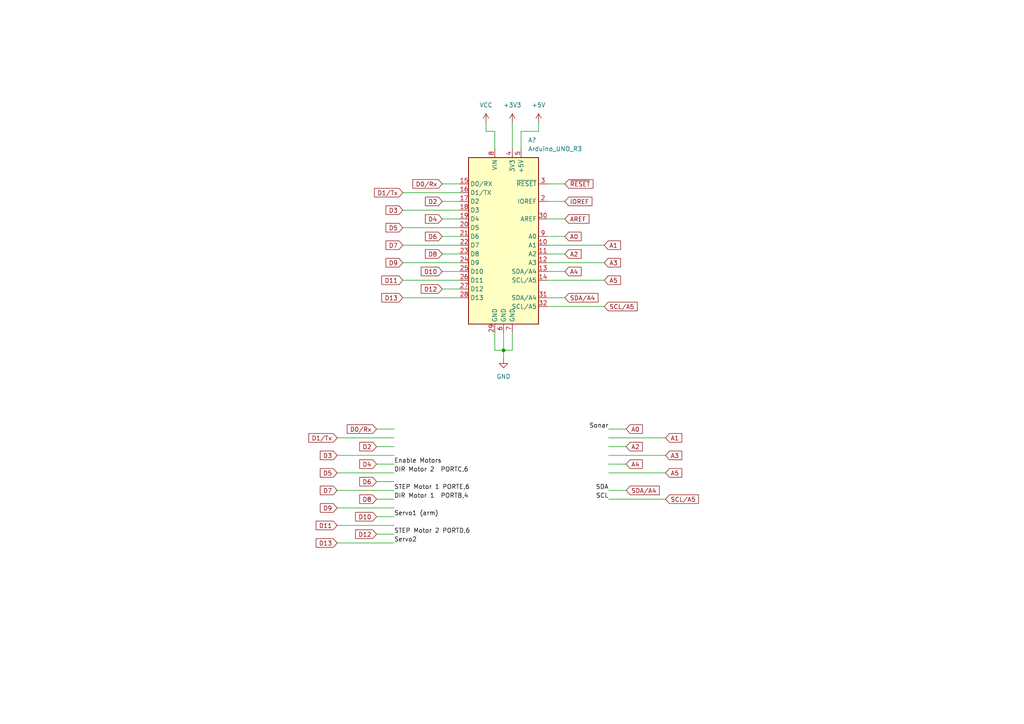
<source format=kicad_sch>
(kicad_sch (version 20211123) (generator eeschema)
  (paper "A4")
  (lib_symbols
    (symbol "MCU_Module:Arduino_UNO_R3"
      (property "Reference" "A" (at -10.16 23.495 0))
      (property "Value" "Arduino_UNO_R3" (at 5.08 -26.67 0))
      (symbol "Arduino_UNO_R3_0_1"
        (rectangle (start -10.16 22.86) (end 10.16 -25.4) (stroke (width 0.254)) (fill (type background)))
      )
      (symbol "Arduino_UNO_R3_1_1"
        (pin no_connect line (at -10.16 -20.32 0) (length 2.54) hide (name "NC") (number "1"))
        (pin bidirectional line (at 12.7 -2.54 180) (length 2.54) (name "A1") (number "10"))
        (pin bidirectional line (at 12.7 -5.08 180) (length 2.54) (name "A2") (number "11"))
        (pin bidirectional line (at 12.7 -7.62 180) (length 2.54) (name "A3") (number "12"))
        (pin bidirectional line (at 12.7 -10.16 180) (length 2.54) (name "SDA/A4") (number "13"))
        (pin bidirectional line (at 12.7 -12.7 180) (length 2.54) (name "SCL/A5") (number "14"))
        (pin bidirectional line (at -12.7 15.24 0) (length 2.54) (name "D0/RX") (number "15"))
        (pin bidirectional line (at -12.7 12.7 0) (length 2.54) (name "D1/TX") (number "16"))
        (pin bidirectional line (at -12.7 10.16 0) (length 2.54) (name "D2") (number "17"))
        (pin bidirectional line (at -12.7 7.62 0) (length 2.54) (name "D3") (number "18"))
        (pin bidirectional line (at -12.7 5.08 0) (length 2.54) (name "D4") (number "19"))
        (pin output line (at 12.7 10.16 180) (length 2.54) (name "IOREF") (number "2"))
        (pin bidirectional line (at -12.7 2.54 0) (length 2.54) (name "D5") (number "20"))
        (pin bidirectional line (at -12.7 0 0) (length 2.54) (name "D6") (number "21"))
        (pin bidirectional line (at -12.7 -2.54 0) (length 2.54) (name "D7") (number "22"))
        (pin bidirectional line (at -12.7 -5.08 0) (length 2.54) (name "D8") (number "23"))
        (pin bidirectional line (at -12.7 -7.62 0) (length 2.54) (name "D9") (number "24"))
        (pin bidirectional line (at -12.7 -10.16 0) (length 2.54) (name "D10") (number "25"))
        (pin bidirectional line (at -12.7 -12.7 0) (length 2.54) (name "D11") (number "26"))
        (pin bidirectional line (at -12.7 -15.24 0) (length 2.54) (name "D12") (number "27"))
        (pin bidirectional line (at -12.7 -17.78 0) (length 2.54) (name "D13") (number "28"))
        (pin power_in line (at -2.54 -27.94 90) (length 2.54) (name "GND") (number "29"))
        (pin input line (at 12.7 15.24 180) (length 2.54) (name "~{RESET}") (number "3"))
        (pin input line (at 12.7 5.08 180) (length 2.54) (name "AREF") (number "30"))
        (pin bidirectional line (at 12.7 -17.78 180) (length 2.54) (name "SDA/A4") (number "31"))
        (pin bidirectional line (at 12.7 -20.32 180) (length 2.54) (name "SCL/A5") (number "32"))
        (pin power_out line (at 2.54 25.4 270) (length 2.54) (name "3V3") (number "4"))
        (pin power_out line (at 5.08 25.4 270) (length 2.54) (name "+5V") (number "5"))
        (pin power_in line (at 0 -27.94 90) (length 2.54) (name "GND") (number "6"))
        (pin power_in line (at 2.54 -27.94 90) (length 2.54) (name "GND") (number "7"))
        (pin power_in line (at -2.54 25.4 270) (length 2.54) (name "VIN") (number "8"))
        (pin bidirectional line (at 12.7 0 180) (length 2.54) (name "A0") (number "9"))
      )
    )
    (symbol "power:+3V3" (power) (pin_names (offset 0))
      (property "Value" "+3V3" (at 0 3.556 0))
      (symbol "+3V3_0_1"
        (polyline (pts (xy -0.762 1.27) (xy 0 2.54)))
        (polyline (pts (xy 0 0) (xy 0 2.54)))
        (polyline (pts (xy 0 2.54) (xy 0.762 1.27)))
      )
      (symbol "+3V3_1_1"
        (pin power_in line (at 0 0 90) (length 0) hide (name "+3V3") (number "1"))
      )
    )
    (symbol "power:+5V" (power) (pin_names (offset 0))
      (property "Value" "+5V" (at 0 3.556 0))
      (symbol "+5V_0_1"
        (polyline (pts (xy -0.762 1.27) (xy 0 2.54)))
        (polyline (pts (xy 0 0) (xy 0 2.54)))
        (polyline (pts (xy 0 2.54) (xy 0.762 1.27)))
      )
      (symbol "+5V_1_1"
        (pin power_in line (at 0 0 90) (length 0) hide (name "+5V") (number "1"))
      )
    )
    (symbol "power:GND" (power) (pin_names (offset 0))
      (property "Value" "GND" (at 0 -3.81 0))
      (symbol "GND_0_1"
        (polyline (pts (xy 0 0) (xy 0 -1.27) (xy 1.27 -1.27) (xy 0 -2.54) (xy -1.27 -1.27) (xy 0 -1.27)))
      )
      (symbol "GND_1_1"
        (pin power_in line (at 0 0 270) (length 0) hide (name "GND") (number "1"))
      )
    )
    (symbol "power:VCC" (power) (pin_names (offset 0))
      (property "Value" "VCC" (at 0 3.81 0))
      (symbol "VCC_0_1"
        (polyline (pts (xy -0.762 1.27) (xy 0 2.54)))
        (polyline (pts (xy 0 0) (xy 0 2.54)))
        (polyline (pts (xy 0 2.54) (xy 0.762 1.27)))
      )
      (symbol "VCC_1_1"
        (pin power_in line (at 0 0 90) (length 0) hide (name "VCC") (number "1"))
      )
    )
  )
  (junction (at 146.05 101.6))
  (wire (pts (xy 146.05 101.6) (xy 148.59 101.6)))
  (wire (pts (xy 97.79 142.24) (xy 114.3 142.24)))
  (wire (pts (xy 97.79 147.32) (xy 114.3 147.32)))
  (wire (pts (xy 97.79 152.4) (xy 114.3 152.4)))
  (wire (pts (xy 158.75 68.58) (xy 163.83 68.58)))
  (wire (pts (xy 158.75 58.42) (xy 163.83 58.42)))
  (wire (pts (xy 158.75 78.74) (xy 163.83 78.74)))
  (wire (pts (xy 148.59 35.56) (xy 148.59 43.18)))
  (wire (pts (xy 116.84 60.96) (xy 133.35 60.96)))
  (wire (pts (xy 128.27 83.82) (xy 133.35 83.82)))
  (wire (pts (xy 146.05 96.52) (xy 146.05 101.6)))
  (wire (pts (xy 158.75 71.12) (xy 175.26 71.12)))
  (wire (pts (xy 109.22 154.94) (xy 114.3 154.94)))
  (wire (pts (xy 97.79 127) (xy 114.3 127)))
  (wire (pts (xy 128.27 68.58) (xy 133.35 68.58)))
  (wire (pts (xy 163.83 53.34) (xy 158.75 53.34)))
  (wire (pts (xy 151.13 38.1) (xy 156.21 38.1)))
  (wire (pts (xy 176.53 124.46) (xy 181.61 124.46)))
  (wire (pts (xy 143.51 96.52) (xy 143.51 101.6)))
  (wire (pts (xy 158.75 88.9) (xy 175.26 88.9)))
  (wire (pts (xy 143.51 43.18) (xy 143.51 38.1)))
  (wire (pts (xy 158.75 76.2) (xy 175.26 76.2)))
  (wire (pts (xy 109.22 134.62) (xy 114.3 134.62)))
  (wire (pts (xy 109.22 129.54) (xy 114.3 129.54)))
  (wire (pts (xy 176.53 144.78) (xy 193.04 144.78)))
  (wire (pts (xy 116.84 71.12) (xy 133.35 71.12)))
  (wire (pts (xy 116.84 55.88) (xy 133.35 55.88)))
  (wire (pts (xy 176.53 142.24) (xy 181.61 142.24)))
  (wire (pts (xy 176.53 127) (xy 193.04 127)))
  (wire (pts (xy 176.53 129.54) (xy 181.61 129.54)))
  (wire (pts (xy 146.05 101.6) (xy 146.05 104.14)))
  (wire (pts (xy 109.22 124.46) (xy 114.3 124.46)))
  (wire (pts (xy 116.84 86.36) (xy 133.35 86.36)))
  (wire (pts (xy 116.84 66.04) (xy 133.35 66.04)))
  (wire (pts (xy 109.22 144.78) (xy 114.3 144.78)))
  (wire (pts (xy 176.53 137.16) (xy 193.04 137.16)))
  (wire (pts (xy 128.27 78.74) (xy 133.35 78.74)))
  (wire (pts (xy 176.53 132.08) (xy 193.04 132.08)))
  (wire (pts (xy 176.53 134.62) (xy 181.61 134.62)))
  (wire (pts (xy 97.79 157.48) (xy 114.3 157.48)))
  (wire (pts (xy 116.84 81.28) (xy 133.35 81.28)))
  (wire (pts (xy 128.27 53.34) (xy 133.35 53.34)))
  (wire (pts (xy 143.51 38.1) (xy 140.97 38.1)))
  (wire (pts (xy 158.75 81.28) (xy 175.26 81.28)))
  (wire (pts (xy 128.27 63.5) (xy 133.35 63.5)))
  (wire (pts (xy 109.22 139.7) (xy 114.3 139.7)))
  (wire (pts (xy 158.75 63.5) (xy 163.83 63.5)))
  (wire (pts (xy 158.75 73.66) (xy 163.83 73.66)))
  (wire (pts (xy 158.75 86.36) (xy 163.83 86.36)))
  (wire (pts (xy 128.27 73.66) (xy 133.35 73.66)))
  (wire (pts (xy 151.13 43.18) (xy 151.13 38.1)))
  (wire (pts (xy 156.21 38.1) (xy 156.21 35.56)))
  (wire (pts (xy 97.79 137.16) (xy 114.3 137.16)))
  (wire (pts (xy 116.84 76.2) (xy 133.35 76.2)))
  (wire (pts (xy 148.59 96.52) (xy 148.59 101.6)))
  (wire (pts (xy 140.97 38.1) (xy 140.97 35.56)))
  (wire (pts (xy 97.79 132.08) (xy 114.3 132.08)))
  (wire (pts (xy 128.27 58.42) (xy 133.35 58.42)))
  (wire (pts (xy 109.22 149.86) (xy 114.3 149.86)))
  (wire (pts (xy 143.51 101.6) (xy 146.05 101.6)))
  (label "Sonar" (at 176.53 124.46 180))
  (label "STEP Motor 1 PORTE,6" (at 114.3 142.24 0))
  (label "SDA" (at 176.53 142.24 180))
  (label "DIR Motor 2  PORTC,6" (at 114.3 137.16 0))
  (label "Enable Motors" (at 114.3 134.62 0))
  (label "SCL" (at 176.53 144.78 180))
  (label "Servo2" (at 114.3 157.48 0))
  (label "STEP Motor 2 PORTD,6" (at 114.3 154.94 0))
  (label "Servo1 (arm)" (at 114.3 149.86 0))
  (label "DIR Motor 1  PORTB,4" (at 114.3 144.78 0))
  (global_label "D6" (shape input) (at 128.27 68.58 180) (property "Intersheet References" "${INTERSHEET_REFS}" (effects hide)))
  (global_label "D1{slash}Tx" (shape input) (at 97.79 127 180) (property "Intersheet References" "${INTERSHEET_REFS}" (effects hide)))
  (global_label "D3" (shape input) (at 97.79 132.08 180) (property "Intersheet References" "${INTERSHEET_REFS}" (effects hide)))
  (global_label "IOREF" (shape input) (at 163.83 58.42 0) (property "Intersheet References" "${INTERSHEET_REFS}" (effects hide)))
  (global_label "SCL{slash}A5" (shape input) (at 175.26 88.9 0) (property "Intersheet References" "${INTERSHEET_REFS}" (effects hide)))
  (global_label "A0" (shape input) (at 181.61 124.46 0) (property "Intersheet References" "${INTERSHEET_REFS}" (effects hide)))
  (global_label "D3" (shape input) (at 116.84 60.96 180) (property "Intersheet References" "${INTERSHEET_REFS}" (effects hide)))
  (global_label "D13" (shape input) (at 116.84 86.36 180) (property "Intersheet References" "${INTERSHEET_REFS}" (effects hide)))
  (global_label "A1" (shape input) (at 193.04 127 0) (property "Intersheet References" "${INTERSHEET_REFS}" (effects hide)))
  (global_label "A2" (shape input) (at 181.61 129.54 0) (property "Intersheet References" "${INTERSHEET_REFS}" (effects hide)))
  (global_label "D11" (shape input) (at 97.79 152.4 180) (property "Intersheet References" "${INTERSHEET_REFS}" (effects hide)))
  (global_label "D1{slash}Tx" (shape input) (at 116.84 55.88 180) (property "Intersheet References" "${INTERSHEET_REFS}" (effects hide)))
  (global_label "D9" (shape input) (at 116.84 76.2 180) (property "Intersheet References" "${INTERSHEET_REFS}" (effects hide)))
  (global_label "D4" (shape input) (at 128.27 63.5 180) (property "Intersheet References" "${INTERSHEET_REFS}" (effects hide)))
  (global_label "D9" (shape input) (at 97.79 147.32 180) (property "Intersheet References" "${INTERSHEET_REFS}" (effects hide)))
  (global_label "D4" (shape input) (at 109.22 134.62 180) (property "Intersheet References" "${INTERSHEET_REFS}" (effects hide)))
  (global_label "A4" (shape input) (at 181.61 134.62 0) (property "Intersheet References" "${INTERSHEET_REFS}" (effects hide)))
  (global_label "A5" (shape input) (at 193.04 137.16 0) (property "Intersheet References" "${INTERSHEET_REFS}" (effects hide)))
  (global_label "A3" (shape input) (at 193.04 132.08 0) (property "Intersheet References" "${INTERSHEET_REFS}" (effects hide)))
  (global_label "D12" (shape input) (at 109.22 154.94 180) (property "Intersheet References" "${INTERSHEET_REFS}" (effects hide)))
  (global_label "D7" (shape input) (at 97.79 142.24 180) (property "Intersheet References" "${INTERSHEET_REFS}" (effects hide)))
  (global_label "D7" (shape input) (at 116.84 71.12 180) (property "Intersheet References" "${INTERSHEET_REFS}" (effects hide)))
  (global_label "D12" (shape input) (at 128.27 83.82 180) (property "Intersheet References" "${INTERSHEET_REFS}" (effects hide)))
  (global_label "D6" (shape input) (at 109.22 139.7 180) (property "Intersheet References" "${INTERSHEET_REFS}" (effects hide)))
  (global_label "SDA{slash}A4" (shape input) (at 181.61 142.24 0) (property "Intersheet References" "${INTERSHEET_REFS}" (effects hide)))
  (global_label "D11" (shape input) (at 116.84 81.28 180) (property "Intersheet References" "${INTERSHEET_REFS}" (effects hide)))
  (global_label "A3" (shape input) (at 175.26 76.2 0) (property "Intersheet References" "${INTERSHEET_REFS}" (effects hide)))
  (global_label "D5" (shape input) (at 116.84 66.04 180) (property "Intersheet References" "${INTERSHEET_REFS}" (effects hide)))
  (global_label "D10" (shape input) (at 109.22 149.86 180) (property "Intersheet References" "${INTERSHEET_REFS}" (effects hide)))
  (global_label "D8" (shape input) (at 109.22 144.78 180) (property "Intersheet References" "${INTERSHEET_REFS}" (effects hide)))
  (global_label "D2" (shape input) (at 109.22 129.54 180) (property "Intersheet References" "${INTERSHEET_REFS}" (effects hide)))
  (global_label "A2" (shape input) (at 163.83 73.66 0) (property "Intersheet References" "${INTERSHEET_REFS}" (effects hide)))
  (global_label "AREF" (shape input) (at 163.83 63.5 0) (property "Intersheet References" "${INTERSHEET_REFS}" (effects hide)))
  (global_label "D10" (shape input) (at 128.27 78.74 180) (property "Intersheet References" "${INTERSHEET_REFS}" (effects hide)))
  (global_label "A4" (shape input) (at 163.83 78.74 0) (property "Intersheet References" "${INTERSHEET_REFS}" (effects hide)))
  (global_label "~{RESET}" (shape input) (at 163.83 53.34 0) (property "Intersheet References" "${INTERSHEET_REFS}" (effects hide)))
  (global_label "D5" (shape input) (at 97.79 137.16 180) (property "Intersheet References" "${INTERSHEET_REFS}" (effects hide)))
  (global_label "D13" (shape input) (at 97.79 157.48 180) (property "Intersheet References" "${INTERSHEET_REFS}" (effects hide)))
  (global_label "SCL{slash}A5" (shape input) (at 193.04 144.78 0) (property "Intersheet References" "${INTERSHEET_REFS}" (effects hide)))
  (global_label "D0{slash}Rx" (shape input) (at 109.22 124.46 180) (property "Intersheet References" "${INTERSHEET_REFS}" (effects hide)))
  (global_label "A0" (shape input) (at 163.83 68.58 0) (property "Intersheet References" "${INTERSHEET_REFS}" (effects hide)))
  (global_label "A1" (shape input) (at 175.26 71.12 0) (property "Intersheet References" "${INTERSHEET_REFS}" (effects hide)))
  (global_label "SDA{slash}A4" (shape input) (at 163.83 86.36 0) (property "Intersheet References" "${INTERSHEET_REFS}" (effects hide)))
  (global_label "D2" (shape input) (at 128.27 58.42 180) (property "Intersheet References" "${INTERSHEET_REFS}" (effects hide)))
  (global_label "A5" (shape input) (at 175.26 81.28 0) (property "Intersheet References" "${INTERSHEET_REFS}" (effects hide)))
  (global_label "D8" (shape input) (at 128.27 73.66 180) (property "Intersheet References" "${INTERSHEET_REFS}" (effects hide)))
  (global_label "D0{slash}Rx" (shape input) (at 128.27 53.34 180) (property "Intersheet References" "${INTERSHEET_REFS}" (effects hide)))
  (symbol (lib_id "power:+3V3") (at 148.59 35.56 0) (unit 1)
    (property "Reference" "#PWR?" (effects hide))
    (property "Value" "+3V3" (at 148.59 30.48 0))
  )
  (symbol (lib_id "MCU_Module:Arduino_UNO_R3") (at 146.05 68.58 0) (unit 1)
    (property "Reference" "A?" (at 153.1494 40.64 0) (effects (justify left)))
    (property "Value" "Arduino_UNO_R3" (at 153.1494 43.18 0) (effects (justify left)))
    (property "Footprint" "Module:Arduino_UNO_R3" (effects hide))
    (property "Datasheet" "https://www.arduino.cc/en/Main/arduinoBoardUno" (effects hide))
  )
  (symbol (lib_id "power:GND") (at 146.05 104.14 0) (unit 1)
    (property "Reference" "#PWR?" (effects hide))
    (property "Value" "GND" (at 146.05 109.22 0))
  )
  (symbol (lib_id "power:VCC") (at 140.97 35.56 0) (unit 1)
    (property "Reference" "#PWR?" (effects hide))
    (property "Value" "VCC" (at 140.97 30.48 0))
  )
  (symbol (lib_id "power:+5V") (at 156.21 35.56 0) (unit 1)
    (property "Reference" "#PWR?" (effects hide))
    (property "Value" "+5V" (at 156.21 30.48 0))
  )
)
</source>
